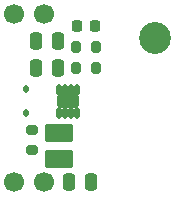
<source format=gbr>
%TF.GenerationSoftware,KiCad,Pcbnew,7.0.8*%
%TF.CreationDate,2024-11-10T19:07:09+09:00*%
%TF.ProjectId,Ni-MH_3.3V-Module,4e692d4d-485f-4332-9e33-562d4d6f6475,rev?*%
%TF.SameCoordinates,Original*%
%TF.FileFunction,Soldermask,Top*%
%TF.FilePolarity,Negative*%
%FSLAX46Y46*%
G04 Gerber Fmt 4.6, Leading zero omitted, Abs format (unit mm)*
G04 Created by KiCad (PCBNEW 7.0.8) date 2024-11-10 19:07:09*
%MOMM*%
%LPD*%
G01*
G04 APERTURE LIST*
G04 Aperture macros list*
%AMRoundRect*
0 Rectangle with rounded corners*
0 $1 Rounding radius*
0 $2 $3 $4 $5 $6 $7 $8 $9 X,Y pos of 4 corners*
0 Add a 4 corners polygon primitive as box body*
4,1,4,$2,$3,$4,$5,$6,$7,$8,$9,$2,$3,0*
0 Add four circle primitives for the rounded corners*
1,1,$1+$1,$2,$3*
1,1,$1+$1,$4,$5*
1,1,$1+$1,$6,$7*
1,1,$1+$1,$8,$9*
0 Add four rect primitives between the rounded corners*
20,1,$1+$1,$2,$3,$4,$5,0*
20,1,$1+$1,$4,$5,$6,$7,0*
20,1,$1+$1,$6,$7,$8,$9,0*
20,1,$1+$1,$8,$9,$2,$3,0*%
G04 Aperture macros list end*
%ADD10RoundRect,0.200000X-0.200000X-0.275000X0.200000X-0.275000X0.200000X0.275000X-0.200000X0.275000X0*%
%ADD11C,2.700000*%
%ADD12C,1.700000*%
%ADD13RoundRect,0.112500X0.112500X-0.187500X0.112500X0.187500X-0.112500X0.187500X-0.112500X-0.187500X0*%
%ADD14RoundRect,0.250000X0.250000X0.475000X-0.250000X0.475000X-0.250000X-0.475000X0.250000X-0.475000X0*%
%ADD15RoundRect,0.250000X-0.250000X-0.475000X0.250000X-0.475000X0.250000X0.475000X-0.250000X0.475000X0*%
%ADD16RoundRect,0.137000X-0.105000X0.335000X-0.105000X-0.335000X0.105000X-0.335000X0.105000X0.335000X0*%
%ADD17RoundRect,0.102000X-0.800000X0.450000X-0.800000X-0.450000X0.800000X-0.450000X0.800000X0.450000X0*%
%ADD18RoundRect,0.225000X0.225000X0.250000X-0.225000X0.250000X-0.225000X-0.250000X0.225000X-0.250000X0*%
%ADD19RoundRect,0.200000X0.275000X-0.200000X0.275000X0.200000X-0.275000X0.200000X-0.275000X-0.200000X0*%
%ADD20RoundRect,0.102000X1.110000X-0.620000X1.110000X0.620000X-1.110000X0.620000X-1.110000X-0.620000X0*%
G04 APERTURE END LIST*
D10*
%TO.C,R2*%
X7049000Y-6604000D03*
X8699000Y-6604000D03*
%TD*%
D11*
%TO.C,M2.5*%
X13716000Y-4064000D03*
%TD*%
D12*
%TO.C,J1*%
X4353000Y-16283000D03*
X1813000Y-16283000D03*
%TD*%
D13*
%TO.C,D1*%
X2794000Y-10448000D03*
X2794000Y-8348000D03*
%TD*%
D14*
%TO.C,C1*%
X8316000Y-16256000D03*
X6416000Y-16256000D03*
%TD*%
D15*
%TO.C,C4*%
X3622000Y-4318000D03*
X5522000Y-4318000D03*
%TD*%
D16*
%TO.C,U1*%
X7088000Y-8444000D03*
X6588000Y-8444000D03*
X6088000Y-8444000D03*
X5588000Y-8444000D03*
X5588000Y-10414000D03*
X6088000Y-10414000D03*
X6588000Y-10414000D03*
X7088000Y-10414000D03*
D17*
X6338000Y-9429000D03*
%TD*%
D12*
%TO.C,J2*%
X1813000Y-2059000D03*
X4353000Y-2059000D03*
%TD*%
D18*
%TO.C,C2*%
X8649000Y-3048000D03*
X7099000Y-3048000D03*
%TD*%
D15*
%TO.C,C3*%
X3622000Y-6604000D03*
X5522000Y-6604000D03*
%TD*%
D10*
%TO.C,R1*%
X7049000Y-4826000D03*
X8699000Y-4826000D03*
%TD*%
D19*
%TO.C,R3*%
X3302000Y-13525000D03*
X3302000Y-11875000D03*
%TD*%
D20*
%TO.C,L1*%
X5588000Y-14298000D03*
X5588000Y-12118000D03*
%TD*%
M02*

</source>
